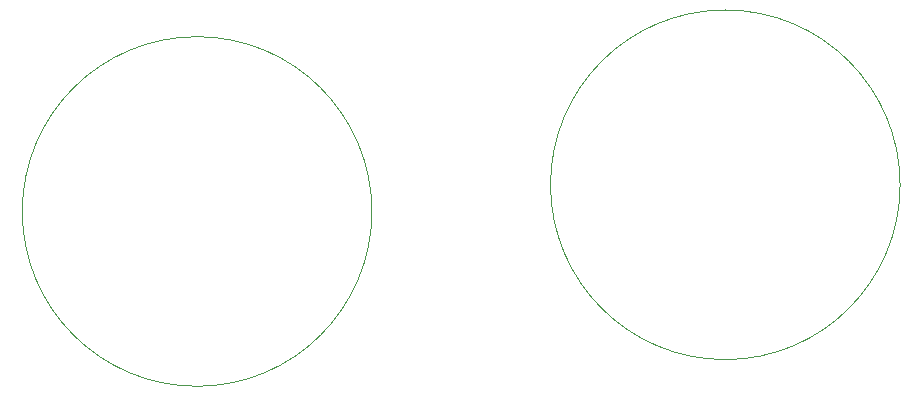
<source format=gm1>
G04 #@! TF.GenerationSoftware,KiCad,Pcbnew,8.0.6*
G04 #@! TF.CreationDate,2025-07-21T23:51:58+02:00*
G04 #@! TF.ProjectId,nRF5340,6e524635-3334-4302-9e6b-696361645f70,rev?*
G04 #@! TF.SameCoordinates,Original*
G04 #@! TF.FileFunction,Profile,NP*
%FSLAX46Y46*%
G04 Gerber Fmt 4.6, Leading zero omitted, Abs format (unit mm)*
G04 Created by KiCad (PCBNEW 8.0.6) date 2025-07-21 23:51:58*
%MOMM*%
%LPD*%
G01*
G04 APERTURE LIST*
G04 #@! TA.AperFunction,Profile*
%ADD10C,0.050000*%
G04 #@! TD*
G04 APERTURE END LIST*
D10*
X209650000Y-121515000D02*
G75*
G02*
X180050000Y-121515000I-14800000J0D01*
G01*
X180050000Y-121515000D02*
G75*
G02*
X209650000Y-121515000I14800000J0D01*
G01*
X164925000Y-123775000D02*
G75*
G02*
X135325000Y-123775000I-14800000J0D01*
G01*
X135325000Y-123775000D02*
G75*
G02*
X164925000Y-123775000I14800000J0D01*
G01*
M02*

</source>
